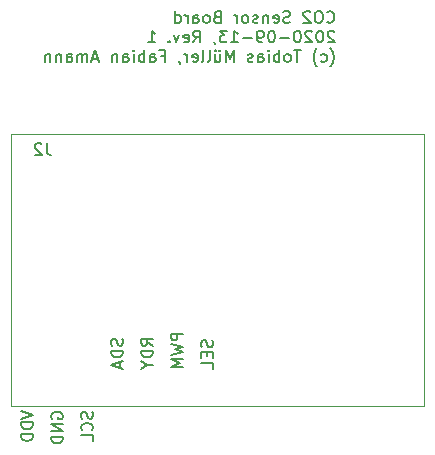
<source format=gbr>
%TF.GenerationSoftware,KiCad,Pcbnew,(5.1.6-0-10_14)*%
%TF.CreationDate,2020-09-14T20:33:51+02:00*%
%TF.ProjectId,Co2-Sensor,436f322d-5365-46e7-936f-722e6b696361,rev?*%
%TF.SameCoordinates,Original*%
%TF.FileFunction,Legend,Bot*%
%TF.FilePolarity,Positive*%
%FSLAX46Y46*%
G04 Gerber Fmt 4.6, Leading zero omitted, Abs format (unit mm)*
G04 Created by KiCad (PCBNEW (5.1.6-0-10_14)) date 2020-09-14 20:33:51*
%MOMM*%
%LPD*%
G01*
G04 APERTURE LIST*
%ADD10C,0.150000*%
%ADD11C,0.120000*%
G04 APERTURE END LIST*
D10*
X149544761Y-104728809D02*
X149592380Y-104871666D01*
X149592380Y-105109761D01*
X149544761Y-105205000D01*
X149497142Y-105252619D01*
X149401904Y-105300238D01*
X149306666Y-105300238D01*
X149211428Y-105252619D01*
X149163809Y-105205000D01*
X149116190Y-105109761D01*
X149068571Y-104919285D01*
X149020952Y-104824047D01*
X148973333Y-104776428D01*
X148878095Y-104728809D01*
X148782857Y-104728809D01*
X148687619Y-104776428D01*
X148640000Y-104824047D01*
X148592380Y-104919285D01*
X148592380Y-105157380D01*
X148640000Y-105300238D01*
X149068571Y-105728809D02*
X149068571Y-106062142D01*
X149592380Y-106205000D02*
X149592380Y-105728809D01*
X148592380Y-105728809D01*
X148592380Y-106205000D01*
X149592380Y-107109761D02*
X149592380Y-106633571D01*
X148592380Y-106633571D01*
X147052380Y-104157380D02*
X146052380Y-104157380D01*
X146052380Y-104538333D01*
X146100000Y-104633571D01*
X146147619Y-104681190D01*
X146242857Y-104728809D01*
X146385714Y-104728809D01*
X146480952Y-104681190D01*
X146528571Y-104633571D01*
X146576190Y-104538333D01*
X146576190Y-104157380D01*
X146052380Y-105062142D02*
X147052380Y-105300238D01*
X146338095Y-105490714D01*
X147052380Y-105681190D01*
X146052380Y-105919285D01*
X147052380Y-106300238D02*
X146052380Y-106300238D01*
X146766666Y-106633571D01*
X146052380Y-106966904D01*
X147052380Y-106966904D01*
X144512380Y-105157380D02*
X144036190Y-104824047D01*
X144512380Y-104585952D02*
X143512380Y-104585952D01*
X143512380Y-104966904D01*
X143560000Y-105062142D01*
X143607619Y-105109761D01*
X143702857Y-105157380D01*
X143845714Y-105157380D01*
X143940952Y-105109761D01*
X143988571Y-105062142D01*
X144036190Y-104966904D01*
X144036190Y-104585952D01*
X144512380Y-105585952D02*
X143512380Y-105585952D01*
X143512380Y-105824047D01*
X143560000Y-105966904D01*
X143655238Y-106062142D01*
X143750476Y-106109761D01*
X143940952Y-106157380D01*
X144083809Y-106157380D01*
X144274285Y-106109761D01*
X144369523Y-106062142D01*
X144464761Y-105966904D01*
X144512380Y-105824047D01*
X144512380Y-105585952D01*
X144036190Y-106776428D02*
X144512380Y-106776428D01*
X143512380Y-106443095D02*
X144036190Y-106776428D01*
X143512380Y-107109761D01*
X141924761Y-104585952D02*
X141972380Y-104728809D01*
X141972380Y-104966904D01*
X141924761Y-105062142D01*
X141877142Y-105109761D01*
X141781904Y-105157380D01*
X141686666Y-105157380D01*
X141591428Y-105109761D01*
X141543809Y-105062142D01*
X141496190Y-104966904D01*
X141448571Y-104776428D01*
X141400952Y-104681190D01*
X141353333Y-104633571D01*
X141258095Y-104585952D01*
X141162857Y-104585952D01*
X141067619Y-104633571D01*
X141020000Y-104681190D01*
X140972380Y-104776428D01*
X140972380Y-105014523D01*
X141020000Y-105157380D01*
X141972380Y-105585952D02*
X140972380Y-105585952D01*
X140972380Y-105824047D01*
X141020000Y-105966904D01*
X141115238Y-106062142D01*
X141210476Y-106109761D01*
X141400952Y-106157380D01*
X141543809Y-106157380D01*
X141734285Y-106109761D01*
X141829523Y-106062142D01*
X141924761Y-105966904D01*
X141972380Y-105824047D01*
X141972380Y-105585952D01*
X141686666Y-106538333D02*
X141686666Y-107014523D01*
X141972380Y-106443095D02*
X140972380Y-106776428D01*
X141972380Y-107109761D01*
X139384761Y-110765476D02*
X139432380Y-110908333D01*
X139432380Y-111146428D01*
X139384761Y-111241666D01*
X139337142Y-111289285D01*
X139241904Y-111336904D01*
X139146666Y-111336904D01*
X139051428Y-111289285D01*
X139003809Y-111241666D01*
X138956190Y-111146428D01*
X138908571Y-110955952D01*
X138860952Y-110860714D01*
X138813333Y-110813095D01*
X138718095Y-110765476D01*
X138622857Y-110765476D01*
X138527619Y-110813095D01*
X138480000Y-110860714D01*
X138432380Y-110955952D01*
X138432380Y-111194047D01*
X138480000Y-111336904D01*
X139337142Y-112336904D02*
X139384761Y-112289285D01*
X139432380Y-112146428D01*
X139432380Y-112051190D01*
X139384761Y-111908333D01*
X139289523Y-111813095D01*
X139194285Y-111765476D01*
X139003809Y-111717857D01*
X138860952Y-111717857D01*
X138670476Y-111765476D01*
X138575238Y-111813095D01*
X138480000Y-111908333D01*
X138432380Y-112051190D01*
X138432380Y-112146428D01*
X138480000Y-112289285D01*
X138527619Y-112336904D01*
X139432380Y-113241666D02*
X139432380Y-112765476D01*
X138432380Y-112765476D01*
X135940000Y-111336904D02*
X135892380Y-111241666D01*
X135892380Y-111098809D01*
X135940000Y-110955952D01*
X136035238Y-110860714D01*
X136130476Y-110813095D01*
X136320952Y-110765476D01*
X136463809Y-110765476D01*
X136654285Y-110813095D01*
X136749523Y-110860714D01*
X136844761Y-110955952D01*
X136892380Y-111098809D01*
X136892380Y-111194047D01*
X136844761Y-111336904D01*
X136797142Y-111384523D01*
X136463809Y-111384523D01*
X136463809Y-111194047D01*
X136892380Y-111813095D02*
X135892380Y-111813095D01*
X136892380Y-112384523D01*
X135892380Y-112384523D01*
X136892380Y-112860714D02*
X135892380Y-112860714D01*
X135892380Y-113098809D01*
X135940000Y-113241666D01*
X136035238Y-113336904D01*
X136130476Y-113384523D01*
X136320952Y-113432142D01*
X136463809Y-113432142D01*
X136654285Y-113384523D01*
X136749523Y-113336904D01*
X136844761Y-113241666D01*
X136892380Y-113098809D01*
X136892380Y-112860714D01*
X133352380Y-110670238D02*
X134352380Y-111003571D01*
X133352380Y-111336904D01*
X134352380Y-111670238D02*
X133352380Y-111670238D01*
X133352380Y-111908333D01*
X133400000Y-112051190D01*
X133495238Y-112146428D01*
X133590476Y-112194047D01*
X133780952Y-112241666D01*
X133923809Y-112241666D01*
X134114285Y-112194047D01*
X134209523Y-112146428D01*
X134304761Y-112051190D01*
X134352380Y-111908333D01*
X134352380Y-111670238D01*
X134352380Y-112670238D02*
X133352380Y-112670238D01*
X133352380Y-112908333D01*
X133400000Y-113051190D01*
X133495238Y-113146428D01*
X133590476Y-113194047D01*
X133780952Y-113241666D01*
X133923809Y-113241666D01*
X134114285Y-113194047D01*
X134209523Y-113146428D01*
X134304761Y-113051190D01*
X134352380Y-112908333D01*
X134352380Y-112670238D01*
X159252976Y-77752142D02*
X159300595Y-77799761D01*
X159443452Y-77847380D01*
X159538690Y-77847380D01*
X159681547Y-77799761D01*
X159776785Y-77704523D01*
X159824404Y-77609285D01*
X159872023Y-77418809D01*
X159872023Y-77275952D01*
X159824404Y-77085476D01*
X159776785Y-76990238D01*
X159681547Y-76895000D01*
X159538690Y-76847380D01*
X159443452Y-76847380D01*
X159300595Y-76895000D01*
X159252976Y-76942619D01*
X158633928Y-76847380D02*
X158443452Y-76847380D01*
X158348214Y-76895000D01*
X158252976Y-76990238D01*
X158205357Y-77180714D01*
X158205357Y-77514047D01*
X158252976Y-77704523D01*
X158348214Y-77799761D01*
X158443452Y-77847380D01*
X158633928Y-77847380D01*
X158729166Y-77799761D01*
X158824404Y-77704523D01*
X158872023Y-77514047D01*
X158872023Y-77180714D01*
X158824404Y-76990238D01*
X158729166Y-76895000D01*
X158633928Y-76847380D01*
X157824404Y-76942619D02*
X157776785Y-76895000D01*
X157681547Y-76847380D01*
X157443452Y-76847380D01*
X157348214Y-76895000D01*
X157300595Y-76942619D01*
X157252976Y-77037857D01*
X157252976Y-77133095D01*
X157300595Y-77275952D01*
X157872023Y-77847380D01*
X157252976Y-77847380D01*
X156110119Y-77799761D02*
X155967261Y-77847380D01*
X155729166Y-77847380D01*
X155633928Y-77799761D01*
X155586309Y-77752142D01*
X155538690Y-77656904D01*
X155538690Y-77561666D01*
X155586309Y-77466428D01*
X155633928Y-77418809D01*
X155729166Y-77371190D01*
X155919642Y-77323571D01*
X156014880Y-77275952D01*
X156062500Y-77228333D01*
X156110119Y-77133095D01*
X156110119Y-77037857D01*
X156062500Y-76942619D01*
X156014880Y-76895000D01*
X155919642Y-76847380D01*
X155681547Y-76847380D01*
X155538690Y-76895000D01*
X154729166Y-77799761D02*
X154824404Y-77847380D01*
X155014880Y-77847380D01*
X155110119Y-77799761D01*
X155157738Y-77704523D01*
X155157738Y-77323571D01*
X155110119Y-77228333D01*
X155014880Y-77180714D01*
X154824404Y-77180714D01*
X154729166Y-77228333D01*
X154681547Y-77323571D01*
X154681547Y-77418809D01*
X155157738Y-77514047D01*
X154252976Y-77180714D02*
X154252976Y-77847380D01*
X154252976Y-77275952D02*
X154205357Y-77228333D01*
X154110119Y-77180714D01*
X153967261Y-77180714D01*
X153872023Y-77228333D01*
X153824404Y-77323571D01*
X153824404Y-77847380D01*
X153395833Y-77799761D02*
X153300595Y-77847380D01*
X153110119Y-77847380D01*
X153014880Y-77799761D01*
X152967261Y-77704523D01*
X152967261Y-77656904D01*
X153014880Y-77561666D01*
X153110119Y-77514047D01*
X153252976Y-77514047D01*
X153348214Y-77466428D01*
X153395833Y-77371190D01*
X153395833Y-77323571D01*
X153348214Y-77228333D01*
X153252976Y-77180714D01*
X153110119Y-77180714D01*
X153014880Y-77228333D01*
X152395833Y-77847380D02*
X152491071Y-77799761D01*
X152538690Y-77752142D01*
X152586309Y-77656904D01*
X152586309Y-77371190D01*
X152538690Y-77275952D01*
X152491071Y-77228333D01*
X152395833Y-77180714D01*
X152252976Y-77180714D01*
X152157738Y-77228333D01*
X152110119Y-77275952D01*
X152062500Y-77371190D01*
X152062500Y-77656904D01*
X152110119Y-77752142D01*
X152157738Y-77799761D01*
X152252976Y-77847380D01*
X152395833Y-77847380D01*
X151633928Y-77847380D02*
X151633928Y-77180714D01*
X151633928Y-77371190D02*
X151586309Y-77275952D01*
X151538690Y-77228333D01*
X151443452Y-77180714D01*
X151348214Y-77180714D01*
X149919642Y-77323571D02*
X149776785Y-77371190D01*
X149729166Y-77418809D01*
X149681547Y-77514047D01*
X149681547Y-77656904D01*
X149729166Y-77752142D01*
X149776785Y-77799761D01*
X149872023Y-77847380D01*
X150252976Y-77847380D01*
X150252976Y-76847380D01*
X149919642Y-76847380D01*
X149824404Y-76895000D01*
X149776785Y-76942619D01*
X149729166Y-77037857D01*
X149729166Y-77133095D01*
X149776785Y-77228333D01*
X149824404Y-77275952D01*
X149919642Y-77323571D01*
X150252976Y-77323571D01*
X149110119Y-77847380D02*
X149205357Y-77799761D01*
X149252976Y-77752142D01*
X149300595Y-77656904D01*
X149300595Y-77371190D01*
X149252976Y-77275952D01*
X149205357Y-77228333D01*
X149110119Y-77180714D01*
X148967261Y-77180714D01*
X148872023Y-77228333D01*
X148824404Y-77275952D01*
X148776785Y-77371190D01*
X148776785Y-77656904D01*
X148824404Y-77752142D01*
X148872023Y-77799761D01*
X148967261Y-77847380D01*
X149110119Y-77847380D01*
X147919642Y-77847380D02*
X147919642Y-77323571D01*
X147967261Y-77228333D01*
X148062500Y-77180714D01*
X148252976Y-77180714D01*
X148348214Y-77228333D01*
X147919642Y-77799761D02*
X148014880Y-77847380D01*
X148252976Y-77847380D01*
X148348214Y-77799761D01*
X148395833Y-77704523D01*
X148395833Y-77609285D01*
X148348214Y-77514047D01*
X148252976Y-77466428D01*
X148014880Y-77466428D01*
X147919642Y-77418809D01*
X147443452Y-77847380D02*
X147443452Y-77180714D01*
X147443452Y-77371190D02*
X147395833Y-77275952D01*
X147348214Y-77228333D01*
X147252976Y-77180714D01*
X147157738Y-77180714D01*
X146395833Y-77847380D02*
X146395833Y-76847380D01*
X146395833Y-77799761D02*
X146491071Y-77847380D01*
X146681547Y-77847380D01*
X146776785Y-77799761D01*
X146824404Y-77752142D01*
X146872023Y-77656904D01*
X146872023Y-77371190D01*
X146824404Y-77275952D01*
X146776785Y-77228333D01*
X146681547Y-77180714D01*
X146491071Y-77180714D01*
X146395833Y-77228333D01*
X159872023Y-78592619D02*
X159824404Y-78545000D01*
X159729166Y-78497380D01*
X159491071Y-78497380D01*
X159395833Y-78545000D01*
X159348214Y-78592619D01*
X159300595Y-78687857D01*
X159300595Y-78783095D01*
X159348214Y-78925952D01*
X159919642Y-79497380D01*
X159300595Y-79497380D01*
X158681547Y-78497380D02*
X158586309Y-78497380D01*
X158491071Y-78545000D01*
X158443452Y-78592619D01*
X158395833Y-78687857D01*
X158348214Y-78878333D01*
X158348214Y-79116428D01*
X158395833Y-79306904D01*
X158443452Y-79402142D01*
X158491071Y-79449761D01*
X158586309Y-79497380D01*
X158681547Y-79497380D01*
X158776785Y-79449761D01*
X158824404Y-79402142D01*
X158872023Y-79306904D01*
X158919642Y-79116428D01*
X158919642Y-78878333D01*
X158872023Y-78687857D01*
X158824404Y-78592619D01*
X158776785Y-78545000D01*
X158681547Y-78497380D01*
X157967261Y-78592619D02*
X157919642Y-78545000D01*
X157824404Y-78497380D01*
X157586309Y-78497380D01*
X157491071Y-78545000D01*
X157443452Y-78592619D01*
X157395833Y-78687857D01*
X157395833Y-78783095D01*
X157443452Y-78925952D01*
X158014880Y-79497380D01*
X157395833Y-79497380D01*
X156776785Y-78497380D02*
X156681547Y-78497380D01*
X156586309Y-78545000D01*
X156538690Y-78592619D01*
X156491071Y-78687857D01*
X156443452Y-78878333D01*
X156443452Y-79116428D01*
X156491071Y-79306904D01*
X156538690Y-79402142D01*
X156586309Y-79449761D01*
X156681547Y-79497380D01*
X156776785Y-79497380D01*
X156872023Y-79449761D01*
X156919642Y-79402142D01*
X156967261Y-79306904D01*
X157014880Y-79116428D01*
X157014880Y-78878333D01*
X156967261Y-78687857D01*
X156919642Y-78592619D01*
X156872023Y-78545000D01*
X156776785Y-78497380D01*
X156014880Y-79116428D02*
X155252976Y-79116428D01*
X154586309Y-78497380D02*
X154491071Y-78497380D01*
X154395833Y-78545000D01*
X154348214Y-78592619D01*
X154300595Y-78687857D01*
X154252976Y-78878333D01*
X154252976Y-79116428D01*
X154300595Y-79306904D01*
X154348214Y-79402142D01*
X154395833Y-79449761D01*
X154491071Y-79497380D01*
X154586309Y-79497380D01*
X154681547Y-79449761D01*
X154729166Y-79402142D01*
X154776785Y-79306904D01*
X154824404Y-79116428D01*
X154824404Y-78878333D01*
X154776785Y-78687857D01*
X154729166Y-78592619D01*
X154681547Y-78545000D01*
X154586309Y-78497380D01*
X153776785Y-79497380D02*
X153586309Y-79497380D01*
X153491071Y-79449761D01*
X153443452Y-79402142D01*
X153348214Y-79259285D01*
X153300595Y-79068809D01*
X153300595Y-78687857D01*
X153348214Y-78592619D01*
X153395833Y-78545000D01*
X153491071Y-78497380D01*
X153681547Y-78497380D01*
X153776785Y-78545000D01*
X153824404Y-78592619D01*
X153872023Y-78687857D01*
X153872023Y-78925952D01*
X153824404Y-79021190D01*
X153776785Y-79068809D01*
X153681547Y-79116428D01*
X153491071Y-79116428D01*
X153395833Y-79068809D01*
X153348214Y-79021190D01*
X153300595Y-78925952D01*
X152872023Y-79116428D02*
X152110119Y-79116428D01*
X151110119Y-79497380D02*
X151681547Y-79497380D01*
X151395833Y-79497380D02*
X151395833Y-78497380D01*
X151491071Y-78640238D01*
X151586309Y-78735476D01*
X151681547Y-78783095D01*
X150776785Y-78497380D02*
X150157738Y-78497380D01*
X150491071Y-78878333D01*
X150348214Y-78878333D01*
X150252976Y-78925952D01*
X150205357Y-78973571D01*
X150157738Y-79068809D01*
X150157738Y-79306904D01*
X150205357Y-79402142D01*
X150252976Y-79449761D01*
X150348214Y-79497380D01*
X150633928Y-79497380D01*
X150729166Y-79449761D01*
X150776785Y-79402142D01*
X149681547Y-79449761D02*
X149681547Y-79497380D01*
X149729166Y-79592619D01*
X149776785Y-79640238D01*
X147919642Y-79497380D02*
X148252976Y-79021190D01*
X148491071Y-79497380D02*
X148491071Y-78497380D01*
X148110119Y-78497380D01*
X148014880Y-78545000D01*
X147967261Y-78592619D01*
X147919642Y-78687857D01*
X147919642Y-78830714D01*
X147967261Y-78925952D01*
X148014880Y-78973571D01*
X148110119Y-79021190D01*
X148491071Y-79021190D01*
X147110119Y-79449761D02*
X147205357Y-79497380D01*
X147395833Y-79497380D01*
X147491071Y-79449761D01*
X147538690Y-79354523D01*
X147538690Y-78973571D01*
X147491071Y-78878333D01*
X147395833Y-78830714D01*
X147205357Y-78830714D01*
X147110119Y-78878333D01*
X147062500Y-78973571D01*
X147062500Y-79068809D01*
X147538690Y-79164047D01*
X146729166Y-78830714D02*
X146491071Y-79497380D01*
X146252976Y-78830714D01*
X145872023Y-79402142D02*
X145824404Y-79449761D01*
X145872023Y-79497380D01*
X145919642Y-79449761D01*
X145872023Y-79402142D01*
X145872023Y-79497380D01*
X144110119Y-79497380D02*
X144681547Y-79497380D01*
X144395833Y-79497380D02*
X144395833Y-78497380D01*
X144491071Y-78640238D01*
X144586309Y-78735476D01*
X144681547Y-78783095D01*
X159538690Y-81528333D02*
X159586309Y-81480714D01*
X159681547Y-81337857D01*
X159729166Y-81242619D01*
X159776785Y-81099761D01*
X159824404Y-80861666D01*
X159824404Y-80671190D01*
X159776785Y-80433095D01*
X159729166Y-80290238D01*
X159681547Y-80195000D01*
X159586309Y-80052142D01*
X159538690Y-80004523D01*
X158729166Y-81099761D02*
X158824404Y-81147380D01*
X159014880Y-81147380D01*
X159110119Y-81099761D01*
X159157738Y-81052142D01*
X159205357Y-80956904D01*
X159205357Y-80671190D01*
X159157738Y-80575952D01*
X159110119Y-80528333D01*
X159014880Y-80480714D01*
X158824404Y-80480714D01*
X158729166Y-80528333D01*
X158395833Y-81528333D02*
X158348214Y-81480714D01*
X158252976Y-81337857D01*
X158205357Y-81242619D01*
X158157738Y-81099761D01*
X158110119Y-80861666D01*
X158110119Y-80671190D01*
X158157738Y-80433095D01*
X158205357Y-80290238D01*
X158252976Y-80195000D01*
X158348214Y-80052142D01*
X158395833Y-80004523D01*
X157014880Y-80147380D02*
X156443452Y-80147380D01*
X156729166Y-81147380D02*
X156729166Y-80147380D01*
X155967261Y-81147380D02*
X156062500Y-81099761D01*
X156110119Y-81052142D01*
X156157738Y-80956904D01*
X156157738Y-80671190D01*
X156110119Y-80575952D01*
X156062500Y-80528333D01*
X155967261Y-80480714D01*
X155824404Y-80480714D01*
X155729166Y-80528333D01*
X155681547Y-80575952D01*
X155633928Y-80671190D01*
X155633928Y-80956904D01*
X155681547Y-81052142D01*
X155729166Y-81099761D01*
X155824404Y-81147380D01*
X155967261Y-81147380D01*
X155205357Y-81147380D02*
X155205357Y-80147380D01*
X155205357Y-80528333D02*
X155110119Y-80480714D01*
X154919642Y-80480714D01*
X154824404Y-80528333D01*
X154776785Y-80575952D01*
X154729166Y-80671190D01*
X154729166Y-80956904D01*
X154776785Y-81052142D01*
X154824404Y-81099761D01*
X154919642Y-81147380D01*
X155110119Y-81147380D01*
X155205357Y-81099761D01*
X154300595Y-81147380D02*
X154300595Y-80480714D01*
X154300595Y-80147380D02*
X154348214Y-80195000D01*
X154300595Y-80242619D01*
X154252976Y-80195000D01*
X154300595Y-80147380D01*
X154300595Y-80242619D01*
X153395833Y-81147380D02*
X153395833Y-80623571D01*
X153443452Y-80528333D01*
X153538690Y-80480714D01*
X153729166Y-80480714D01*
X153824404Y-80528333D01*
X153395833Y-81099761D02*
X153491071Y-81147380D01*
X153729166Y-81147380D01*
X153824404Y-81099761D01*
X153872023Y-81004523D01*
X153872023Y-80909285D01*
X153824404Y-80814047D01*
X153729166Y-80766428D01*
X153491071Y-80766428D01*
X153395833Y-80718809D01*
X152967261Y-81099761D02*
X152872023Y-81147380D01*
X152681547Y-81147380D01*
X152586309Y-81099761D01*
X152538690Y-81004523D01*
X152538690Y-80956904D01*
X152586309Y-80861666D01*
X152681547Y-80814047D01*
X152824404Y-80814047D01*
X152919642Y-80766428D01*
X152967261Y-80671190D01*
X152967261Y-80623571D01*
X152919642Y-80528333D01*
X152824404Y-80480714D01*
X152681547Y-80480714D01*
X152586309Y-80528333D01*
X151348214Y-81147380D02*
X151348214Y-80147380D01*
X151014880Y-80861666D01*
X150681547Y-80147380D01*
X150681547Y-81147380D01*
X149776785Y-80480714D02*
X149776785Y-81147380D01*
X150205357Y-80480714D02*
X150205357Y-81004523D01*
X150157738Y-81099761D01*
X150062500Y-81147380D01*
X149919642Y-81147380D01*
X149824404Y-81099761D01*
X149776785Y-81052142D01*
X150157738Y-80147380D02*
X150110119Y-80195000D01*
X150157738Y-80242619D01*
X150205357Y-80195000D01*
X150157738Y-80147380D01*
X150157738Y-80242619D01*
X149776785Y-80147380D02*
X149729166Y-80195000D01*
X149776785Y-80242619D01*
X149824404Y-80195000D01*
X149776785Y-80147380D01*
X149776785Y-80242619D01*
X149157738Y-81147380D02*
X149252976Y-81099761D01*
X149300595Y-81004523D01*
X149300595Y-80147380D01*
X148633928Y-81147380D02*
X148729166Y-81099761D01*
X148776785Y-81004523D01*
X148776785Y-80147380D01*
X147872023Y-81099761D02*
X147967261Y-81147380D01*
X148157738Y-81147380D01*
X148252976Y-81099761D01*
X148300595Y-81004523D01*
X148300595Y-80623571D01*
X148252976Y-80528333D01*
X148157738Y-80480714D01*
X147967261Y-80480714D01*
X147872023Y-80528333D01*
X147824404Y-80623571D01*
X147824404Y-80718809D01*
X148300595Y-80814047D01*
X147395833Y-81147380D02*
X147395833Y-80480714D01*
X147395833Y-80671190D02*
X147348214Y-80575952D01*
X147300595Y-80528333D01*
X147205357Y-80480714D01*
X147110119Y-80480714D01*
X146729166Y-81099761D02*
X146729166Y-81147380D01*
X146776785Y-81242619D01*
X146824404Y-81290238D01*
X145205357Y-80623571D02*
X145538690Y-80623571D01*
X145538690Y-81147380D02*
X145538690Y-80147380D01*
X145062500Y-80147380D01*
X144252976Y-81147380D02*
X144252976Y-80623571D01*
X144300595Y-80528333D01*
X144395833Y-80480714D01*
X144586309Y-80480714D01*
X144681547Y-80528333D01*
X144252976Y-81099761D02*
X144348214Y-81147380D01*
X144586309Y-81147380D01*
X144681547Y-81099761D01*
X144729166Y-81004523D01*
X144729166Y-80909285D01*
X144681547Y-80814047D01*
X144586309Y-80766428D01*
X144348214Y-80766428D01*
X144252976Y-80718809D01*
X143776785Y-81147380D02*
X143776785Y-80147380D01*
X143776785Y-80528333D02*
X143681547Y-80480714D01*
X143491071Y-80480714D01*
X143395833Y-80528333D01*
X143348214Y-80575952D01*
X143300595Y-80671190D01*
X143300595Y-80956904D01*
X143348214Y-81052142D01*
X143395833Y-81099761D01*
X143491071Y-81147380D01*
X143681547Y-81147380D01*
X143776785Y-81099761D01*
X142872023Y-81147380D02*
X142872023Y-80480714D01*
X142872023Y-80147380D02*
X142919642Y-80195000D01*
X142872023Y-80242619D01*
X142824404Y-80195000D01*
X142872023Y-80147380D01*
X142872023Y-80242619D01*
X141967261Y-81147380D02*
X141967261Y-80623571D01*
X142014880Y-80528333D01*
X142110119Y-80480714D01*
X142300595Y-80480714D01*
X142395833Y-80528333D01*
X141967261Y-81099761D02*
X142062500Y-81147380D01*
X142300595Y-81147380D01*
X142395833Y-81099761D01*
X142443452Y-81004523D01*
X142443452Y-80909285D01*
X142395833Y-80814047D01*
X142300595Y-80766428D01*
X142062500Y-80766428D01*
X141967261Y-80718809D01*
X141491071Y-80480714D02*
X141491071Y-81147380D01*
X141491071Y-80575952D02*
X141443452Y-80528333D01*
X141348214Y-80480714D01*
X141205357Y-80480714D01*
X141110119Y-80528333D01*
X141062500Y-80623571D01*
X141062500Y-81147380D01*
X139872023Y-80861666D02*
X139395833Y-80861666D01*
X139967261Y-81147380D02*
X139633928Y-80147380D01*
X139300595Y-81147380D01*
X138967261Y-81147380D02*
X138967261Y-80480714D01*
X138967261Y-80575952D02*
X138919642Y-80528333D01*
X138824404Y-80480714D01*
X138681547Y-80480714D01*
X138586309Y-80528333D01*
X138538690Y-80623571D01*
X138538690Y-81147380D01*
X138538690Y-80623571D02*
X138491071Y-80528333D01*
X138395833Y-80480714D01*
X138252976Y-80480714D01*
X138157738Y-80528333D01*
X138110119Y-80623571D01*
X138110119Y-81147380D01*
X137205357Y-81147380D02*
X137205357Y-80623571D01*
X137252976Y-80528333D01*
X137348214Y-80480714D01*
X137538690Y-80480714D01*
X137633928Y-80528333D01*
X137205357Y-81099761D02*
X137300595Y-81147380D01*
X137538690Y-81147380D01*
X137633928Y-81099761D01*
X137681547Y-81004523D01*
X137681547Y-80909285D01*
X137633928Y-80814047D01*
X137538690Y-80766428D01*
X137300595Y-80766428D01*
X137205357Y-80718809D01*
X136729166Y-80480714D02*
X136729166Y-81147380D01*
X136729166Y-80575952D02*
X136681547Y-80528333D01*
X136586309Y-80480714D01*
X136443452Y-80480714D01*
X136348214Y-80528333D01*
X136300595Y-80623571D01*
X136300595Y-81147380D01*
X135824404Y-80480714D02*
X135824404Y-81147380D01*
X135824404Y-80575952D02*
X135776785Y-80528333D01*
X135681547Y-80480714D01*
X135538690Y-80480714D01*
X135443452Y-80528333D01*
X135395833Y-80623571D01*
X135395833Y-81147380D01*
D11*
%TO.C,J2*%
X132500000Y-110290000D02*
X132500000Y-87290000D01*
X132500000Y-110290000D02*
X167500000Y-110290000D01*
X132500000Y-87290000D02*
X167500000Y-87290000D01*
X167500000Y-110290000D02*
X167500000Y-87290000D01*
D10*
X135503333Y-88022380D02*
X135503333Y-88736666D01*
X135550952Y-88879523D01*
X135646190Y-88974761D01*
X135789047Y-89022380D01*
X135884285Y-89022380D01*
X135074761Y-88117619D02*
X135027142Y-88070000D01*
X134931904Y-88022380D01*
X134693809Y-88022380D01*
X134598571Y-88070000D01*
X134550952Y-88117619D01*
X134503333Y-88212857D01*
X134503333Y-88308095D01*
X134550952Y-88450952D01*
X135122380Y-89022380D01*
X134503333Y-89022380D01*
%TD*%
M02*

</source>
